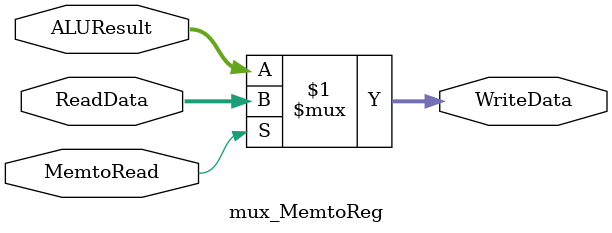
<source format=v>
module mux_MemtoReg(ReadData,ALUResult,MemtoRead,WriteData);

input[63:0] ReadData;
input[63:0] ALUResult;
input MemtoRead;
output[63:0] WriteData;

assign WriteData = (MemtoRead) ? ReadData:ALUResult ;


endmodule

</source>
